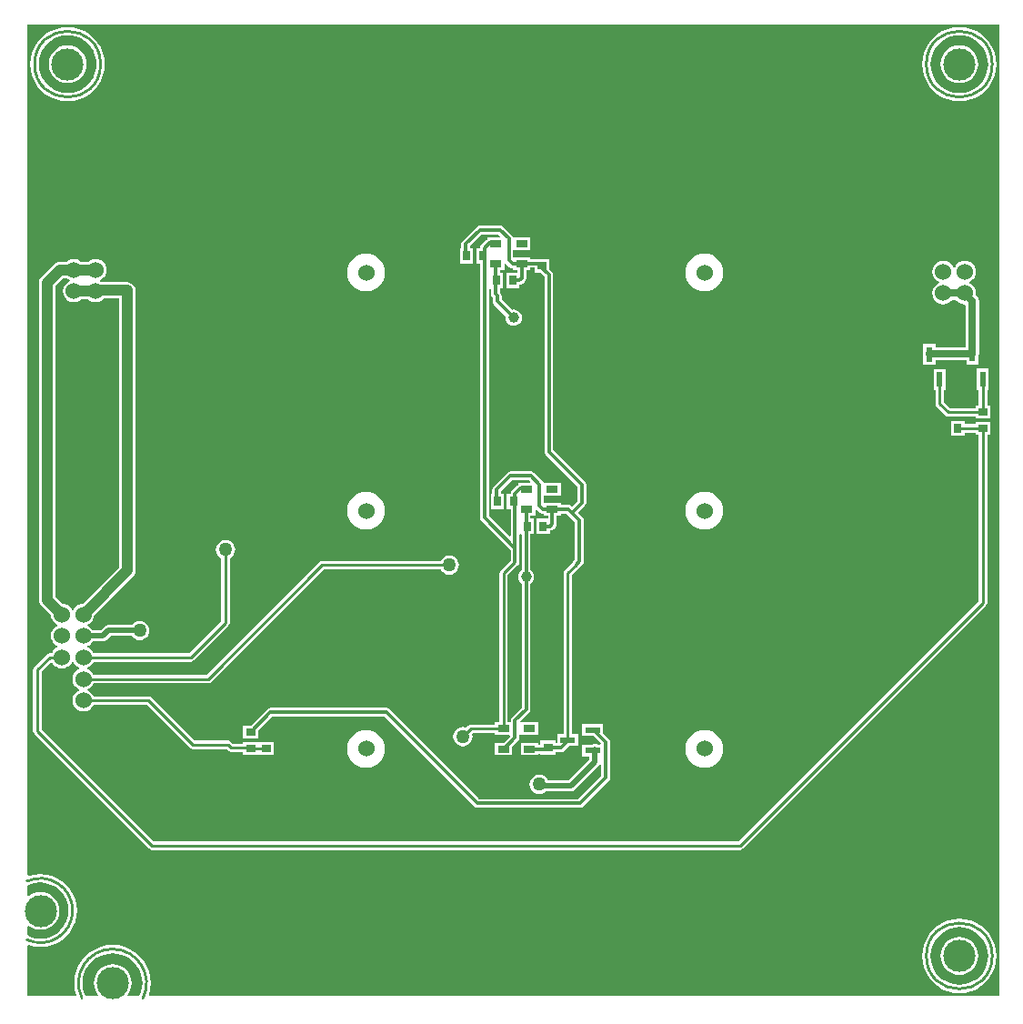
<source format=gbr>
%TF.GenerationSoftware,Altium Limited,Altium Designer,18.1.7 (191)*%
G04 Layer_Physical_Order=2*
G04 Layer_Color=16711680*
%FSLAX43Y43*%
%MOMM*%
%TF.FileFunction,Copper,L2,Bot,Signal*%
%TF.Part,Single*%
G01*
G75*
%TA.AperFunction,NonConductor*%
%ADD10C,0.254*%
%TA.AperFunction,Conductor*%
%ADD12C,0.700*%
%ADD13C,0.254*%
%ADD14C,0.500*%
%TA.AperFunction,ComponentPad*%
%ADD15C,1.524*%
%TA.AperFunction,ViaPad*%
%ADD16C,3.000*%
%ADD17C,1.270*%
%ADD18C,1.000*%
%TA.AperFunction,SMDPad,CuDef*%
%ADD19R,0.900X0.700*%
%ADD20R,0.600X1.450*%
%ADD21R,0.700X0.900*%
%ADD22R,1.100X0.650*%
%ADD23R,1.450X0.600*%
%ADD24R,0.900X0.800*%
%TA.AperFunction,Conductor*%
%ADD25C,0.305*%
%ADD26C,0.300*%
%ADD27C,1.000*%
G36*
X2705Y11523D02*
X3196Y11374D01*
X3649Y11132D01*
X4046Y10807D01*
X4372Y10410D01*
X4614Y9957D01*
X4763Y9466D01*
X4813Y8955D01*
X4763Y8444D01*
X4614Y7952D01*
X4372Y7500D01*
X4046Y7103D01*
X3649Y6777D01*
X3196Y6535D01*
X2705Y6386D01*
X2194Y6336D01*
X1683Y6386D01*
X1192Y6535D01*
X1110Y6579D01*
Y6579D01*
X1009Y6645D01*
Y7485D01*
X1123Y7539D01*
X1221Y7460D01*
X1526Y7297D01*
X1856Y7196D01*
X2200Y7163D01*
X2544Y7196D01*
X2874Y7297D01*
X3179Y7460D01*
X3446Y7679D01*
X3665Y7946D01*
X3828Y8251D01*
X3929Y8581D01*
X3962Y8925D01*
X3929Y9269D01*
X3828Y9599D01*
X3665Y9904D01*
X3446Y10171D01*
X3179Y10390D01*
X2874Y10553D01*
X2544Y10654D01*
X2200Y10687D01*
X1856Y10654D01*
X1526Y10553D01*
X1221Y10390D01*
X1123Y10311D01*
X1009Y10365D01*
Y11263D01*
X1109Y11330D01*
X1109Y11330D01*
Y11330D01*
X1223Y11384D01*
X1683Y11523D01*
X2194Y11574D01*
X2705Y11523D01*
D02*
G37*
G36*
X91447Y1009D02*
X12370D01*
X12300Y1136D01*
X12422Y1643D01*
X12466Y2200D01*
X12422Y2757D01*
X12292Y3300D01*
X12078Y3816D01*
X11786Y4292D01*
X11423Y4717D01*
X10999Y5080D01*
X10522Y5372D01*
X10006Y5585D01*
X9463Y5716D01*
X8906Y5760D01*
X8350Y5716D01*
X7806Y5585D01*
X7290Y5372D01*
X6814Y5080D01*
X6389Y4717D01*
X6027Y4292D01*
X5735Y3816D01*
X5521Y3300D01*
X5391Y2757D01*
X5347Y2200D01*
X5391Y1643D01*
X5513Y1136D01*
X5442Y1009D01*
X1009D01*
Y5672D01*
X1114Y5742D01*
X1146Y5729D01*
X1664Y5605D01*
X2194Y5563D01*
X2725Y5605D01*
X3242Y5729D01*
X3734Y5933D01*
X4188Y6211D01*
X4592Y6557D01*
X4938Y6961D01*
X5216Y7415D01*
X5420Y7907D01*
X5544Y8424D01*
X5586Y8955D01*
X5544Y9485D01*
X5420Y10003D01*
X5216Y10494D01*
X4938Y10948D01*
X4592Y11353D01*
X4188Y11698D01*
X3734Y11976D01*
X3242Y12180D01*
X2725Y12304D01*
X2194Y12346D01*
X1664Y12304D01*
X1146Y12180D01*
X1114Y12167D01*
X1009Y12237D01*
Y91447D01*
X91447D01*
Y1009D01*
D02*
G37*
G36*
X9342Y4948D02*
X9766Y4846D01*
X10170Y4679D01*
X10542Y4451D01*
X10874Y4168D01*
X11158Y3836D01*
X11386Y3463D01*
X11553Y3060D01*
X11655Y2635D01*
X11689Y2200D01*
X11655Y1765D01*
X11553Y1340D01*
X11415Y1009D01*
X10365D01*
X10311Y1123D01*
X10390Y1221D01*
X10553Y1526D01*
X10654Y1856D01*
X10687Y2200D01*
X10654Y2544D01*
X10553Y2874D01*
X10390Y3179D01*
X10171Y3446D01*
X9904Y3665D01*
X9599Y3828D01*
X9269Y3929D01*
X8925Y3962D01*
X8581Y3929D01*
X8251Y3828D01*
X7946Y3665D01*
X7679Y3446D01*
X7460Y3179D01*
X7297Y2874D01*
X7196Y2544D01*
X7163Y2200D01*
X7196Y1856D01*
X7297Y1526D01*
X7460Y1221D01*
X7539Y1123D01*
X7485Y1009D01*
X6397D01*
X6260Y1340D01*
X6158Y1765D01*
X6124Y2200D01*
X6158Y2635D01*
X6260Y3060D01*
X6427Y3463D01*
X6655Y3836D01*
X6939Y4168D01*
X7271Y4451D01*
X7643Y4679D01*
X8047Y4846D01*
X8471Y4948D01*
X8906Y4982D01*
X9342Y4948D01*
D02*
G37*
%LPC*%
G36*
X87750Y91210D02*
X87209Y91168D01*
X86681Y91041D01*
X86179Y90833D01*
X85716Y90549D01*
X85303Y90197D01*
X84951Y89784D01*
X84667Y89321D01*
X84459Y88819D01*
X84332Y88291D01*
X84290Y87750D01*
X84332Y87209D01*
X84459Y86681D01*
X84667Y86179D01*
X84951Y85716D01*
X85303Y85303D01*
X85716Y84951D01*
X86179Y84667D01*
X86681Y84459D01*
X87209Y84332D01*
X87750Y84290D01*
X88291Y84332D01*
X88819Y84459D01*
X89321Y84667D01*
X89784Y84951D01*
X90197Y85303D01*
X90549Y85716D01*
X90833Y86179D01*
X91041Y86681D01*
X91168Y87209D01*
X91210Y87750D01*
X91168Y88291D01*
X91041Y88819D01*
X90833Y89321D01*
X90549Y89784D01*
X90197Y90197D01*
X89784Y90549D01*
X89321Y90833D01*
X88819Y91041D01*
X88291Y91168D01*
X87750Y91210D01*
D02*
G37*
G36*
X4725D02*
X4184Y91168D01*
X3656Y91041D01*
X3154Y90833D01*
X2691Y90549D01*
X2278Y90197D01*
X1926Y89784D01*
X1642Y89321D01*
X1434Y88819D01*
X1307Y88291D01*
X1265Y87750D01*
X1307Y87209D01*
X1434Y86681D01*
X1642Y86179D01*
X1926Y85716D01*
X2278Y85303D01*
X2691Y84951D01*
X3154Y84667D01*
X3656Y84459D01*
X4184Y84332D01*
X4725Y84290D01*
X5266Y84332D01*
X5794Y84459D01*
X6296Y84667D01*
X6759Y84951D01*
X7172Y85303D01*
X7524Y85716D01*
X7808Y86179D01*
X8016Y86681D01*
X8143Y87209D01*
X8185Y87750D01*
X8143Y88291D01*
X8016Y88819D01*
X7808Y89321D01*
X7524Y89784D01*
X7172Y90197D01*
X6759Y90549D01*
X6296Y90833D01*
X5794Y91041D01*
X5266Y91168D01*
X4725Y91210D01*
D02*
G37*
G36*
X7323Y69624D02*
X7058Y69589D01*
X6811Y69486D01*
X6645Y69359D01*
X6001D01*
X5835Y69486D01*
X5588Y69589D01*
X5323Y69624D01*
X5058Y69589D01*
X4811Y69486D01*
X4645Y69359D01*
X4017D01*
X3820Y69334D01*
X3713Y69289D01*
X3637Y69258D01*
X3479Y69137D01*
X2290Y67947D01*
X2169Y67790D01*
X2093Y67606D01*
X2067Y67410D01*
Y37875D01*
X2093Y37678D01*
X2169Y37495D01*
X2290Y37337D01*
X3174Y36454D01*
X3201Y36247D01*
X3304Y36000D01*
X3466Y35787D01*
X3679Y35625D01*
X3784Y35581D01*
Y35443D01*
X3679Y35399D01*
X3466Y35237D01*
X3304Y35024D01*
X3201Y34777D01*
X3166Y34512D01*
X3201Y34247D01*
X3304Y34000D01*
X3466Y33787D01*
X3679Y33625D01*
X3784Y33581D01*
Y33443D01*
X3679Y33399D01*
X3466Y33237D01*
X3304Y33024D01*
X3252Y32900D01*
X3048D01*
X2899Y32871D01*
X2773Y32787D01*
X1630Y31644D01*
X1546Y31518D01*
X1517Y31369D01*
Y25675D01*
X1546Y25526D01*
X1630Y25400D01*
X12319Y14711D01*
X12445Y14627D01*
X12594Y14598D01*
X67312D01*
X67461Y14627D01*
X67587Y14711D01*
X90228Y37352D01*
X90312Y37478D01*
X90341Y37627D01*
Y53237D01*
X90657D01*
Y54445D01*
X89249D01*
Y54229D01*
X88223D01*
Y54545D01*
X87015D01*
Y53137D01*
X88223D01*
Y53452D01*
X89249D01*
Y53237D01*
X89564D01*
Y37788D01*
X67151Y15374D01*
X12755D01*
X2293Y25836D01*
Y31208D01*
X3142Y32057D01*
X3292Y32027D01*
X3304Y32000D01*
X3466Y31787D01*
X3679Y31625D01*
X3926Y31522D01*
X4191Y31487D01*
X4456Y31522D01*
X4703Y31625D01*
X4916Y31787D01*
X5078Y32000D01*
X5122Y32105D01*
X5260D01*
X5304Y32000D01*
X5466Y31787D01*
X5679Y31625D01*
X5784Y31581D01*
Y31443D01*
X5679Y31399D01*
X5466Y31237D01*
X5304Y31024D01*
X5201Y30777D01*
X5166Y30512D01*
X5201Y30247D01*
X5304Y30000D01*
X5466Y29787D01*
X5679Y29625D01*
X5784Y29581D01*
Y29443D01*
X5679Y29399D01*
X5466Y29237D01*
X5304Y29024D01*
X5201Y28777D01*
X5166Y28512D01*
X5201Y28247D01*
X5304Y28000D01*
X5466Y27787D01*
X5679Y27625D01*
X5926Y27522D01*
X6191Y27487D01*
X6456Y27522D01*
X6703Y27625D01*
X6916Y27787D01*
X7078Y28000D01*
X7130Y28124D01*
X12094D01*
X16108Y24109D01*
X16234Y24025D01*
X16383Y23996D01*
X19505D01*
X19664Y23836D01*
X19790Y23752D01*
X19939Y23723D01*
X21071D01*
Y23453D01*
X22479D01*
Y23453D01*
X22496D01*
Y23453D01*
X23904D01*
Y24661D01*
X22496D01*
Y24661D01*
X22479D01*
Y24661D01*
X21071D01*
Y24499D01*
X20100D01*
X19941Y24659D01*
X19815Y24743D01*
X19666Y24772D01*
X16544D01*
X12530Y28787D01*
X12404Y28871D01*
X12255Y28900D01*
X7130D01*
X7078Y29024D01*
X6916Y29237D01*
X6703Y29399D01*
X6598Y29443D01*
Y29581D01*
X6703Y29625D01*
X6916Y29787D01*
X7078Y30000D01*
X7130Y30124D01*
X17812D01*
X17961Y30153D01*
X18087Y30237D01*
X28580Y40730D01*
X39458D01*
X39482Y40670D01*
X39625Y40485D01*
X39811Y40342D01*
X40027Y40253D01*
X40259Y40222D01*
X40491Y40253D01*
X40707Y40342D01*
X40893Y40485D01*
X41036Y40670D01*
X41125Y40887D01*
X41156Y41119D01*
X41125Y41351D01*
X41036Y41567D01*
X40893Y41753D01*
X40707Y41895D01*
X40491Y41985D01*
X40259Y42015D01*
X40027Y41985D01*
X39811Y41895D01*
X39625Y41753D01*
X39482Y41567D01*
X39458Y41507D01*
X28419D01*
X28270Y41478D01*
X28144Y41393D01*
X17651Y30900D01*
X7130D01*
X7078Y31024D01*
X6916Y31237D01*
X6703Y31399D01*
X6598Y31443D01*
Y31581D01*
X6703Y31625D01*
X6916Y31787D01*
X7078Y32000D01*
X7130Y32124D01*
X16189D01*
X16337Y32153D01*
X16463Y32237D01*
X19706Y35480D01*
X19790Y35606D01*
X19819Y35754D01*
Y41744D01*
X19879Y41768D01*
X20065Y41911D01*
X20208Y42097D01*
X20297Y42313D01*
X20328Y42545D01*
X20297Y42777D01*
X20208Y42993D01*
X20065Y43179D01*
X19879Y43322D01*
X19663Y43411D01*
X19431Y43442D01*
X19199Y43411D01*
X18983Y43322D01*
X18797Y43179D01*
X18654Y42993D01*
X18565Y42777D01*
X18534Y42545D01*
X18565Y42313D01*
X18654Y42097D01*
X18797Y41911D01*
X18983Y41768D01*
X19043Y41744D01*
Y35915D01*
X16028Y32900D01*
X7130D01*
X7078Y33024D01*
X6916Y33237D01*
X6703Y33399D01*
X6598Y33443D01*
Y33581D01*
X6703Y33625D01*
X6916Y33787D01*
X7077Y33998D01*
X8001D01*
X8198Y34037D01*
X8364Y34149D01*
X8726Y34511D01*
X10704D01*
X10796Y34390D01*
X10982Y34248D01*
X11198Y34158D01*
X11430Y34128D01*
X11662Y34158D01*
X11878Y34248D01*
X12064Y34390D01*
X12207Y34576D01*
X12296Y34792D01*
X12327Y35024D01*
X12296Y35256D01*
X12207Y35473D01*
X12064Y35658D01*
X11878Y35801D01*
X11662Y35890D01*
X11430Y35921D01*
X11198Y35890D01*
X10982Y35801D01*
X10796Y35658D01*
X10704Y35538D01*
X8513D01*
X8317Y35499D01*
X8150Y35388D01*
X7788Y35026D01*
X7077D01*
X6916Y35237D01*
X6703Y35399D01*
X6598Y35443D01*
Y35581D01*
X6703Y35625D01*
X6916Y35787D01*
X7078Y36000D01*
X7181Y36247D01*
X7208Y36454D01*
X10825Y40070D01*
X10946Y40228D01*
X11022Y40411D01*
X11048Y40608D01*
Y66675D01*
X11022Y66872D01*
X10946Y67055D01*
X10825Y67213D01*
X10667Y67334D01*
X10484Y67410D01*
X10287Y67436D01*
X7902D01*
X7835Y67486D01*
X7730Y67530D01*
Y67668D01*
X7835Y67712D01*
X8048Y67874D01*
X8210Y68087D01*
X8313Y68334D01*
X8348Y68599D01*
X8313Y68864D01*
X8210Y69111D01*
X8048Y69324D01*
X7835Y69486D01*
X7588Y69589D01*
X7323Y69624D01*
D02*
G37*
G36*
X88265Y69446D02*
X88000Y69411D01*
X87753Y69308D01*
X87540Y69146D01*
X87378Y68933D01*
X87334Y68828D01*
X87196D01*
X87152Y68933D01*
X86990Y69146D01*
X86777Y69308D01*
X86530Y69411D01*
X86265Y69446D01*
X86000Y69411D01*
X85753Y69308D01*
X85540Y69146D01*
X85378Y68933D01*
X85275Y68686D01*
X85240Y68421D01*
X85275Y68156D01*
X85378Y67909D01*
X85540Y67696D01*
X85753Y67534D01*
X85858Y67490D01*
Y67352D01*
X85753Y67308D01*
X85540Y67146D01*
X85378Y66933D01*
X85275Y66686D01*
X85240Y66421D01*
X85275Y66156D01*
X85378Y65909D01*
X85540Y65696D01*
X85753Y65534D01*
X86000Y65431D01*
X86265Y65396D01*
X86530Y65431D01*
X86777Y65534D01*
X86990Y65696D01*
X87073Y65805D01*
X87457D01*
X87540Y65696D01*
X87753Y65534D01*
X88000Y65431D01*
X88265Y65396D01*
X88360Y65313D01*
Y61386D01*
X85517D01*
Y61717D01*
X84409D01*
Y60920D01*
X84379Y60770D01*
X84409Y60620D01*
Y59759D01*
X85517D01*
Y60154D01*
X88422D01*
Y59791D01*
X89530D01*
Y60512D01*
X89545Y60534D01*
X89592Y60770D01*
Y65710D01*
X89545Y65946D01*
X89411Y66145D01*
X89272Y66285D01*
X89290Y66421D01*
X89255Y66686D01*
X89152Y66933D01*
X88990Y67146D01*
X88777Y67308D01*
X88672Y67352D01*
Y67490D01*
X88777Y67534D01*
X88990Y67696D01*
X89152Y67909D01*
X89255Y68156D01*
X89290Y68421D01*
X89255Y68686D01*
X89152Y68933D01*
X88990Y69146D01*
X88777Y69308D01*
X88530Y69411D01*
X88265Y69446D01*
D02*
G37*
G36*
X64012Y70120D02*
X63668Y70087D01*
X63338Y69986D01*
X63033Y69823D01*
X62766Y69604D01*
X62547Y69337D01*
X62384Y69032D01*
X62283Y68702D01*
X62250Y68358D01*
X62283Y68014D01*
X62384Y67684D01*
X62547Y67379D01*
X62766Y67112D01*
X63033Y66893D01*
X63338Y66730D01*
X63668Y66629D01*
X64012Y66596D01*
X64356Y66629D01*
X64686Y66730D01*
X64991Y66893D01*
X65258Y67112D01*
X65477Y67379D01*
X65640Y67684D01*
X65741Y68014D01*
X65774Y68358D01*
X65741Y68702D01*
X65640Y69032D01*
X65477Y69337D01*
X65258Y69604D01*
X64991Y69823D01*
X64686Y69986D01*
X64356Y70087D01*
X64012Y70120D01*
D02*
G37*
G36*
X32512D02*
X32168Y70087D01*
X31838Y69986D01*
X31533Y69823D01*
X31266Y69604D01*
X31047Y69337D01*
X30884Y69032D01*
X30783Y68702D01*
X30750Y68358D01*
X30783Y68014D01*
X30884Y67684D01*
X31047Y67379D01*
X31266Y67112D01*
X31533Y66893D01*
X31838Y66730D01*
X32168Y66629D01*
X32512Y66596D01*
X32856Y66629D01*
X33186Y66730D01*
X33491Y66893D01*
X33758Y67112D01*
X33977Y67379D01*
X34140Y67684D01*
X34241Y68014D01*
X34274Y68358D01*
X34241Y68702D01*
X34140Y69032D01*
X33977Y69337D01*
X33758Y69604D01*
X33491Y69823D01*
X33186Y69986D01*
X32856Y70087D01*
X32512Y70120D01*
D02*
G37*
G36*
X90480Y59399D02*
X89372D01*
Y57441D01*
X89564D01*
Y55945D01*
X89249D01*
Y55729D01*
X86861D01*
X86301Y56289D01*
Y57409D01*
X86467D01*
Y59367D01*
X85359D01*
Y57409D01*
X85525D01*
Y56128D01*
X85554Y55980D01*
X85638Y55854D01*
X86426Y55066D01*
X86552Y54982D01*
X86700Y54953D01*
X89249D01*
Y54737D01*
X90657D01*
Y55945D01*
X90341D01*
Y57441D01*
X90480D01*
Y59399D01*
D02*
G37*
G36*
X64012Y47941D02*
X63668Y47908D01*
X63338Y47807D01*
X63033Y47644D01*
X62766Y47425D01*
X62547Y47158D01*
X62384Y46853D01*
X62283Y46523D01*
X62250Y46179D01*
X62283Y45835D01*
X62384Y45505D01*
X62547Y45200D01*
X62766Y44933D01*
X63033Y44714D01*
X63338Y44551D01*
X63668Y44450D01*
X64012Y44417D01*
X64356Y44450D01*
X64686Y44551D01*
X64991Y44714D01*
X65258Y44933D01*
X65477Y45200D01*
X65640Y45505D01*
X65741Y45835D01*
X65774Y46179D01*
X65741Y46523D01*
X65640Y46853D01*
X65477Y47158D01*
X65258Y47425D01*
X64991Y47644D01*
X64686Y47807D01*
X64356Y47908D01*
X64012Y47941D01*
D02*
G37*
G36*
X32512D02*
X32168Y47908D01*
X31838Y47807D01*
X31533Y47644D01*
X31266Y47425D01*
X31047Y47158D01*
X30884Y46853D01*
X30783Y46523D01*
X30750Y46179D01*
X30783Y45835D01*
X30884Y45505D01*
X31047Y45200D01*
X31266Y44933D01*
X31533Y44714D01*
X31838Y44551D01*
X32168Y44450D01*
X32512Y44417D01*
X32856Y44450D01*
X33186Y44551D01*
X33491Y44714D01*
X33758Y44933D01*
X33977Y45200D01*
X34140Y45505D01*
X34241Y45835D01*
X34274Y46179D01*
X34241Y46523D01*
X34140Y46853D01*
X33977Y47158D01*
X33758Y47425D01*
X33491Y47644D01*
X33186Y47807D01*
X32856Y47908D01*
X32512Y47941D01*
D02*
G37*
G36*
X45010Y72716D02*
X43110D01*
X42952Y72685D01*
X42902Y72651D01*
X42819Y72595D01*
X41519Y71295D01*
X41429Y71162D01*
X41398Y71004D01*
Y70608D01*
X41281D01*
Y69200D01*
X42489D01*
Y70608D01*
X42222D01*
Y70833D01*
X43281Y71892D01*
X44839D01*
X44981Y71750D01*
X44932Y71633D01*
X43806D01*
Y71454D01*
X43719Y71395D01*
X43244Y70920D01*
X43154Y70787D01*
X43123Y70629D01*
Y70608D01*
X42781D01*
Y69200D01*
X43123D01*
Y45523D01*
X43154Y45366D01*
X43244Y45232D01*
X45974Y42501D01*
Y41547D01*
X45048Y40621D01*
X44963Y40495D01*
X44934Y40346D01*
Y26465D01*
X44518D01*
Y26274D01*
X42269D01*
X42120Y26245D01*
X41994Y26161D01*
X41821Y25987D01*
X41761Y26012D01*
X41529Y26043D01*
X41297Y26012D01*
X41081Y25923D01*
X40895Y25780D01*
X40752Y25594D01*
X40663Y25378D01*
X40632Y25146D01*
X40663Y24914D01*
X40752Y24698D01*
X40895Y24512D01*
X41081Y24369D01*
X41297Y24280D01*
X41529Y24249D01*
X41761Y24280D01*
X41977Y24369D01*
X42163Y24512D01*
X42306Y24698D01*
X42395Y24914D01*
X42426Y25146D01*
X42395Y25378D01*
X42392Y25386D01*
X42477Y25498D01*
X44518D01*
Y25307D01*
X45878D01*
X45930Y25180D01*
X45315Y24565D01*
X44518D01*
Y23407D01*
X46126D01*
Y24204D01*
X46679Y24757D01*
X46769Y24891D01*
X46801Y25050D01*
Y25285D01*
X46918Y25307D01*
X46928Y25307D01*
X48526D01*
Y26465D01*
X46952D01*
X46885Y26578D01*
X47704Y27397D01*
X47794Y27532D01*
X47826Y27690D01*
Y39373D01*
X47949Y39467D01*
X48070Y39625D01*
X48146Y39808D01*
X48172Y40005D01*
X48146Y40202D01*
X48070Y40385D01*
X47949Y40543D01*
X47826Y40637D01*
Y44033D01*
X48115D01*
Y45441D01*
X47826D01*
Y45708D01*
X48265D01*
Y46275D01*
X48306Y46302D01*
X48392Y46323D01*
X48720Y45996D01*
X48854Y45906D01*
X49011Y45875D01*
X49057D01*
Y45708D01*
X49449D01*
Y45441D01*
X48407D01*
Y44033D01*
X49615D01*
Y44325D01*
X49661D01*
X49819Y44356D01*
X49952Y44446D01*
X50152Y44646D01*
X50242Y44779D01*
X50273Y44937D01*
Y45708D01*
X50665D01*
Y45925D01*
X51166D01*
X51380Y45711D01*
X51380Y45711D01*
X51974Y45116D01*
Y41635D01*
X51779Y41439D01*
X51712Y41339D01*
X50998Y40625D01*
X50913Y40499D01*
X50884Y40350D01*
Y25365D01*
X50293D01*
Y24523D01*
X50151D01*
Y24765D01*
X48743D01*
Y24398D01*
X48526D01*
Y24565D01*
X46918D01*
Y23407D01*
X48526D01*
Y23574D01*
X48743D01*
Y23457D01*
X50151D01*
Y23699D01*
X50672D01*
X50830Y23730D01*
X50964Y23820D01*
X51401Y24257D01*
X52251D01*
Y25365D01*
X51661D01*
Y40189D01*
X52261Y40790D01*
X52361Y40857D01*
X52677Y41173D01*
X52767Y41307D01*
X52798Y41464D01*
Y45287D01*
X52767Y45445D01*
X52677Y45578D01*
X52253Y46002D01*
X52899Y46649D01*
X52989Y46782D01*
X53020Y46940D01*
Y48611D01*
X52989Y48768D01*
X52899Y48902D01*
X49947Y51855D01*
Y68154D01*
X49916Y68312D01*
X49826Y68445D01*
X49607Y68665D01*
Y69612D01*
X48505D01*
X48485Y69616D01*
X47814D01*
Y69733D01*
X46222D01*
Y70475D01*
X47814D01*
Y71633D01*
X46206D01*
X46192Y71656D01*
X46191Y71662D01*
X46101Y71795D01*
X45301Y72595D01*
X45168Y72685D01*
X45010Y72716D01*
D02*
G37*
G36*
X64012Y25762D02*
X63668Y25729D01*
X63338Y25628D01*
X63033Y25465D01*
X62766Y25246D01*
X62547Y24979D01*
X62384Y24674D01*
X62283Y24344D01*
X62250Y24000D01*
X62283Y23656D01*
X62384Y23326D01*
X62547Y23021D01*
X62766Y22754D01*
X63033Y22535D01*
X63338Y22372D01*
X63668Y22271D01*
X64012Y22238D01*
X64356Y22271D01*
X64686Y22372D01*
X64991Y22535D01*
X65258Y22754D01*
X65477Y23021D01*
X65640Y23326D01*
X65741Y23656D01*
X65774Y24000D01*
X65741Y24344D01*
X65640Y24674D01*
X65477Y24979D01*
X65258Y25246D01*
X64991Y25465D01*
X64686Y25628D01*
X64356Y25729D01*
X64012Y25762D01*
D02*
G37*
G36*
X32512D02*
X32168Y25729D01*
X31838Y25628D01*
X31533Y25465D01*
X31266Y25246D01*
X31047Y24979D01*
X30884Y24674D01*
X30783Y24344D01*
X30750Y24000D01*
X30783Y23656D01*
X30884Y23326D01*
X31047Y23021D01*
X31266Y22754D01*
X31533Y22535D01*
X31838Y22372D01*
X32168Y22271D01*
X32512Y22238D01*
X32856Y22271D01*
X33186Y22372D01*
X33491Y22535D01*
X33758Y22754D01*
X33977Y23021D01*
X34140Y23326D01*
X34241Y23656D01*
X34274Y24000D01*
X34241Y24344D01*
X34140Y24674D01*
X33977Y24979D01*
X33758Y25246D01*
X33491Y25465D01*
X33186Y25628D01*
X32856Y25729D01*
X32512Y25762D01*
D02*
G37*
G36*
X34433Y27812D02*
X23615D01*
X23457Y27780D01*
X23322Y27690D01*
X21793Y26161D01*
X21071D01*
Y24953D01*
X22479D01*
Y25675D01*
X23787Y26983D01*
X34261D01*
X42614Y18630D01*
X42748Y18540D01*
X42907Y18509D01*
X52451D01*
X52610Y18540D01*
X52744Y18630D01*
X55140Y21026D01*
X55230Y21161D01*
X55262Y21319D01*
Y24636D01*
X55230Y24795D01*
X55140Y24929D01*
X54601Y25468D01*
Y26315D01*
X52643D01*
Y25207D01*
X53690D01*
X54355Y24542D01*
X54303Y24415D01*
X54050D01*
X54019Y24436D01*
X53822Y24475D01*
X53626Y24436D01*
X53595Y24415D01*
X52643D01*
Y23307D01*
X53308D01*
Y22999D01*
X51397Y21088D01*
X49443D01*
X49418Y21149D01*
X49275Y21335D01*
X49089Y21478D01*
X48873Y21567D01*
X48641Y21598D01*
X48409Y21567D01*
X48193Y21478D01*
X48007Y21335D01*
X47864Y21149D01*
X47775Y20933D01*
X47744Y20701D01*
X47775Y20469D01*
X47864Y20253D01*
X48007Y20067D01*
X48193Y19924D01*
X48409Y19835D01*
X48641Y19804D01*
X48873Y19835D01*
X49089Y19924D01*
X49266Y20060D01*
X51610D01*
X51807Y20099D01*
X51974Y20211D01*
X54186Y22423D01*
X54297Y22589D01*
X54306Y22634D01*
X54433Y22621D01*
Y21491D01*
X52279Y19337D01*
X43079D01*
X34726Y27690D01*
X34591Y27780D01*
X34433Y27812D01*
D02*
G37*
G36*
X87750Y8185D02*
X87209Y8143D01*
X86681Y8016D01*
X86179Y7808D01*
X85716Y7524D01*
X85303Y7172D01*
X84951Y6759D01*
X84667Y6296D01*
X84459Y5794D01*
X84332Y5266D01*
X84290Y4725D01*
X84332Y4184D01*
X84459Y3656D01*
X84667Y3154D01*
X84951Y2691D01*
X85303Y2278D01*
X85716Y1926D01*
X86179Y1642D01*
X86681Y1434D01*
X87209Y1307D01*
X87750Y1265D01*
X88291Y1307D01*
X88819Y1434D01*
X89321Y1642D01*
X89784Y1926D01*
X90197Y2278D01*
X90549Y2691D01*
X90833Y3154D01*
X91041Y3656D01*
X91168Y4184D01*
X91210Y4725D01*
X91168Y5266D01*
X91041Y5794D01*
X90833Y6296D01*
X90549Y6759D01*
X90197Y7172D01*
X89784Y7524D01*
X89321Y7808D01*
X88819Y8016D01*
X88291Y8143D01*
X87750Y8185D01*
D02*
G37*
%LPD*%
G36*
X88170Y90400D02*
X88579Y90302D01*
X88968Y90141D01*
X89327Y89921D01*
X89647Y89647D01*
X89921Y89327D01*
X90141Y88968D01*
X90302Y88579D01*
X90400Y88170D01*
X90433Y87750D01*
X90400Y87330D01*
X90302Y86921D01*
X90141Y86532D01*
X89921Y86173D01*
X89647Y85853D01*
X89327Y85579D01*
X88968Y85359D01*
X88579Y85198D01*
X88170Y85100D01*
X87750Y85067D01*
X87330Y85100D01*
X86921Y85198D01*
X86532Y85359D01*
X86173Y85579D01*
X85853Y85853D01*
X85579Y86173D01*
X85359Y86532D01*
X85198Y86921D01*
X85100Y87330D01*
X85067Y87750D01*
X85100Y88170D01*
X85198Y88579D01*
X85359Y88968D01*
X85579Y89327D01*
X85853Y89647D01*
X86173Y89921D01*
X86532Y90141D01*
X86921Y90302D01*
X87330Y90400D01*
X87750Y90433D01*
X88170Y90400D01*
D02*
G37*
%LPC*%
G36*
X87750Y89512D02*
X87406Y89479D01*
X87076Y89378D01*
X86771Y89215D01*
X86504Y88996D01*
X86285Y88729D01*
X86122Y88424D01*
X86021Y88094D01*
X85988Y87750D01*
X86021Y87406D01*
X86122Y87076D01*
X86285Y86771D01*
X86504Y86504D01*
X86771Y86285D01*
X87076Y86122D01*
X87406Y86021D01*
X87750Y85988D01*
X88094Y86021D01*
X88424Y86122D01*
X88729Y86285D01*
X88996Y86504D01*
X89215Y86771D01*
X89378Y87076D01*
X89479Y87406D01*
X89512Y87750D01*
X89479Y88094D01*
X89378Y88424D01*
X89215Y88729D01*
X88996Y88996D01*
X88729Y89215D01*
X88424Y89378D01*
X88094Y89479D01*
X87750Y89512D01*
D02*
G37*
%LPD*%
G36*
X5145Y90400D02*
X5554Y90302D01*
X5943Y90141D01*
X6302Y89921D01*
X6622Y89647D01*
X6896Y89327D01*
X7116Y88968D01*
X7277Y88579D01*
X7375Y88170D01*
X7408Y87750D01*
X7375Y87330D01*
X7277Y86921D01*
X7116Y86532D01*
X6896Y86173D01*
X6622Y85853D01*
X6302Y85579D01*
X5943Y85359D01*
X5554Y85198D01*
X5145Y85100D01*
X4725Y85067D01*
X4305Y85100D01*
X3896Y85198D01*
X3507Y85359D01*
X3148Y85579D01*
X2828Y85853D01*
X2554Y86173D01*
X2334Y86532D01*
X2173Y86921D01*
X2075Y87330D01*
X2042Y87750D01*
X2075Y88170D01*
X2173Y88579D01*
X2334Y88968D01*
X2554Y89327D01*
X2828Y89647D01*
X3148Y89921D01*
X3507Y90141D01*
X3896Y90302D01*
X4305Y90400D01*
X4725Y90433D01*
X5145Y90400D01*
D02*
G37*
%LPC*%
G36*
X4725Y89512D02*
X4381Y89479D01*
X4051Y89378D01*
X3746Y89215D01*
X3479Y88996D01*
X3260Y88729D01*
X3097Y88424D01*
X2996Y88094D01*
X2963Y87750D01*
X2996Y87406D01*
X3097Y87076D01*
X3260Y86771D01*
X3479Y86504D01*
X3746Y86285D01*
X4051Y86122D01*
X4381Y86021D01*
X4725Y85988D01*
X5069Y86021D01*
X5399Y86122D01*
X5704Y86285D01*
X5971Y86504D01*
X6190Y86771D01*
X6353Y87076D01*
X6454Y87406D01*
X6487Y87750D01*
X6454Y88094D01*
X6353Y88424D01*
X6190Y88729D01*
X5971Y88996D01*
X5704Y89215D01*
X5399Y89378D01*
X5069Y89479D01*
X4725Y89512D01*
D02*
G37*
%LPD*%
G36*
X4811Y67712D02*
X4916Y67668D01*
Y67530D01*
X4811Y67486D01*
X4598Y67324D01*
X4436Y67111D01*
X4333Y66864D01*
X4298Y66599D01*
X4333Y66334D01*
X4436Y66087D01*
X4598Y65874D01*
X4811Y65712D01*
X5058Y65609D01*
X5323Y65574D01*
X5588Y65609D01*
X5835Y65712D01*
X6001Y65838D01*
X6645D01*
X6811Y65712D01*
X7058Y65609D01*
X7323Y65574D01*
X7588Y65609D01*
X7835Y65712D01*
X8048Y65874D01*
X8078Y65914D01*
X9526D01*
Y40923D01*
X6133Y37529D01*
X5926Y37502D01*
X5679Y37399D01*
X5466Y37237D01*
X5304Y37024D01*
X5260Y36919D01*
X5122D01*
X5078Y37024D01*
X4916Y37237D01*
X4703Y37399D01*
X4456Y37502D01*
X4249Y37529D01*
X3588Y38190D01*
Y67095D01*
X4332Y67838D01*
X4645D01*
X4811Y67712D01*
D02*
G37*
G36*
X45869Y68863D02*
X46002Y68773D01*
X46160Y68742D01*
X46206D01*
Y68575D01*
X46598D01*
Y68308D01*
X45556D01*
Y66900D01*
X46764D01*
Y67192D01*
X46810D01*
X46968Y67223D01*
X47101Y67313D01*
X47301Y67513D01*
X47391Y67646D01*
X47422Y67804D01*
Y68575D01*
X47814D01*
Y68792D01*
X48199D01*
Y68304D01*
X48802D01*
X49123Y67983D01*
Y51684D01*
X49154Y51526D01*
X49244Y51393D01*
X52196Y48440D01*
Y47110D01*
X51671Y46585D01*
X51627Y46628D01*
X51494Y46718D01*
X51336Y46749D01*
X50665D01*
Y46866D01*
X49073D01*
Y47608D01*
X50665D01*
Y48766D01*
X49057D01*
X49043Y48789D01*
X49042Y48795D01*
X48952Y48928D01*
X48152Y49728D01*
X48019Y49818D01*
X47861Y49849D01*
X45961D01*
X45804Y49818D01*
X45753Y49784D01*
X45670Y49728D01*
X44370Y48428D01*
X44281Y48295D01*
X44249Y48137D01*
Y47741D01*
X44132D01*
Y46333D01*
X45340D01*
Y47741D01*
X45073D01*
Y47966D01*
X46132Y49025D01*
X47691D01*
X47832Y48883D01*
X47784Y48766D01*
X46657D01*
Y48587D01*
X46570Y48528D01*
X46095Y48053D01*
X46006Y47920D01*
X45974Y47762D01*
Y47741D01*
X45632D01*
Y46333D01*
X45974D01*
Y43832D01*
X45857Y43784D01*
X43947Y45694D01*
Y66789D01*
X44073Y66859D01*
X44120Y66836D01*
X44146Y66810D01*
Y66344D01*
X44177Y66185D01*
X44267Y66051D01*
X44322Y65996D01*
Y65659D01*
X44353Y65500D01*
X44443Y65366D01*
X45520Y64289D01*
X45500Y64135D01*
X45525Y63938D01*
X45601Y63755D01*
X45722Y63597D01*
X45880Y63476D01*
X46063Y63400D01*
X46260Y63374D01*
X46457Y63400D01*
X46640Y63476D01*
X46798Y63597D01*
X46919Y63755D01*
X46995Y63938D01*
X47021Y64135D01*
X46995Y64332D01*
X46919Y64515D01*
X46798Y64673D01*
X46640Y64794D01*
X46457Y64870D01*
X46260Y64896D01*
X46106Y64875D01*
X45150Y65831D01*
Y66168D01*
X45119Y66327D01*
X45029Y66461D01*
X44974Y66516D01*
Y66900D01*
X45264D01*
Y68308D01*
X44974D01*
Y68575D01*
X45414D01*
Y69142D01*
X45454Y69169D01*
X45541Y69190D01*
X45869Y68863D01*
D02*
G37*
G36*
X46971Y43969D02*
X46997Y43943D01*
Y40637D01*
X46873Y40543D01*
X46753Y40385D01*
X46677Y40202D01*
X46651Y40005D01*
X46677Y39808D01*
X46753Y39625D01*
X46873Y39467D01*
X46997Y39373D01*
Y27862D01*
X46093Y26958D01*
X46003Y26824D01*
X45972Y26665D01*
Y26465D01*
X45711D01*
Y40185D01*
X46578Y41052D01*
X46677Y41119D01*
X46767Y41252D01*
X46798Y41410D01*
Y42672D01*
Y43922D01*
X46924Y43992D01*
X46971Y43969D01*
D02*
G37*
G36*
X88170Y7375D02*
X88579Y7277D01*
X88968Y7116D01*
X89327Y6896D01*
X89647Y6622D01*
X89921Y6302D01*
X90141Y5943D01*
X90302Y5554D01*
X90400Y5145D01*
X90433Y4725D01*
X90400Y4305D01*
X90302Y3896D01*
X90141Y3507D01*
X89921Y3148D01*
X89647Y2828D01*
X89327Y2554D01*
X88968Y2334D01*
X88579Y2173D01*
X88170Y2075D01*
X87750Y2042D01*
X87330Y2075D01*
X86921Y2173D01*
X86532Y2334D01*
X86173Y2554D01*
X85853Y2828D01*
X85579Y3148D01*
X85359Y3507D01*
X85198Y3896D01*
X85100Y4305D01*
X85067Y4725D01*
X85100Y5145D01*
X85198Y5554D01*
X85359Y5943D01*
X85579Y6302D01*
X85853Y6622D01*
X86173Y6896D01*
X86532Y7116D01*
X86921Y7277D01*
X87330Y7375D01*
X87750Y7408D01*
X88170Y7375D01*
D02*
G37*
%LPC*%
G36*
X87750Y6487D02*
X87406Y6454D01*
X87076Y6353D01*
X86771Y6190D01*
X86504Y5971D01*
X86285Y5704D01*
X86122Y5399D01*
X86021Y5069D01*
X85988Y4725D01*
X86021Y4381D01*
X86122Y4051D01*
X86285Y3746D01*
X86504Y3479D01*
X86771Y3260D01*
X87076Y3097D01*
X87406Y2996D01*
X87750Y2963D01*
X88094Y2996D01*
X88424Y3097D01*
X88729Y3260D01*
X88996Y3479D01*
X89215Y3746D01*
X89378Y4051D01*
X89479Y4381D01*
X89512Y4725D01*
X89479Y5069D01*
X89378Y5399D01*
X89215Y5704D01*
X88996Y5971D01*
X88729Y6190D01*
X88424Y6353D01*
X88094Y6454D01*
X87750Y6487D01*
D02*
G37*
%LPD*%
D10*
X948Y6226D02*
G03*
X947Y11683I1246J2729D01*
G01*
X11740Y785D02*
G03*
X6057Y817I-2834J1415D01*
G01*
X7793Y87750D02*
G03*
X7793Y87750I-3068J0D01*
G01*
X90818D02*
G03*
X90818Y87750I-3068J0D01*
G01*
Y4725D02*
G03*
X90818Y4725I-3068J0D01*
G01*
D12*
X88265Y66421D02*
X88976Y65710D01*
Y60770D02*
Y65710D01*
X84995Y60770D02*
X88976D01*
X86265Y66421D02*
X88265D01*
D13*
X17812Y30512D02*
X28419Y41119D01*
X40259D01*
X16189Y32512D02*
X19431Y35754D01*
Y42545D01*
X89953Y37627D02*
Y53841D01*
X67312Y14986D02*
X89953Y37627D01*
X6191Y32512D02*
X16189D01*
X6191Y30512D02*
X17812D01*
X12255Y28512D02*
X16383Y24384D01*
X6191Y28512D02*
X12255D01*
X16383Y24384D02*
X19666D01*
X19939Y24111D02*
X21721D01*
X19666Y24384D02*
X19939Y24111D01*
X21721D02*
X21775Y24057D01*
X12594Y14986D02*
X67312D01*
X1905Y25675D02*
X12594Y14986D01*
X3048Y32512D02*
X4191D01*
X1905Y31369D02*
X3048Y32512D01*
X1905Y25675D02*
Y31369D01*
X45322Y25886D02*
Y40346D01*
X46386Y41410D01*
X51272Y24811D02*
Y40350D01*
X52070Y41148D01*
X21775Y24057D02*
X23200D01*
X89953Y53841D02*
X89953Y53841D01*
X87619Y53841D02*
X89953D01*
X85913Y56128D02*
Y58388D01*
Y56128D02*
X86700Y55341D01*
X89953D01*
X89926Y58420D02*
X89953Y58393D01*
Y55341D02*
Y58393D01*
X84963Y60738D02*
X84995Y60770D01*
X41529Y25146D02*
X42269Y25886D01*
X45322D01*
D14*
X6191Y34512D02*
X8001D01*
X8513Y35024D01*
X11430D01*
X48641Y20574D02*
X51610D01*
X53822Y22786D02*
Y23961D01*
X51610Y20574D02*
X53822Y22786D01*
D15*
X32512Y46179D02*
D03*
X64012Y24000D02*
D03*
Y68358D02*
D03*
X32512D02*
D03*
Y24000D02*
D03*
X64012Y46179D02*
D03*
X6191Y28512D02*
D03*
X4191D02*
D03*
X6191Y30512D02*
D03*
X4191D02*
D03*
X6191Y32512D02*
D03*
X4191D02*
D03*
X6191Y34512D02*
D03*
X4191D02*
D03*
X6191Y36512D02*
D03*
X4191D02*
D03*
X5323Y68599D02*
D03*
Y66599D02*
D03*
X7323Y68599D02*
D03*
Y66599D02*
D03*
X88265Y68421D02*
D03*
X86265D02*
D03*
X88265Y66421D02*
D03*
X86265D02*
D03*
D16*
X8925Y2200D02*
D03*
X4725Y87750D02*
D03*
X87750D02*
D03*
Y4725D02*
D03*
X2200Y8925D02*
D03*
D17*
X40259Y41119D02*
D03*
X19431Y42545D02*
D03*
X11430Y35024D02*
D03*
X6985Y23644D02*
D03*
X66802Y5207D02*
D03*
X58547Y87630D02*
D03*
X44322Y88138D02*
D03*
X76454Y69723D02*
D03*
X20701Y68929D02*
D03*
X8382Y50292D02*
D03*
X29845Y4292D02*
D03*
X86122Y22733D02*
D03*
X41529Y25146D02*
D03*
X48641Y20701D02*
D03*
X23876Y46736D02*
D03*
X75565Y46002D02*
D03*
X58674Y48766D02*
D03*
X45301Y50800D02*
D03*
X38989Y65532D02*
D03*
D18*
X46260Y64135D02*
D03*
X47411Y40005D02*
D03*
D19*
X21775Y24057D02*
D03*
Y25557D02*
D03*
X23200Y24057D02*
D03*
Y25557D02*
D03*
X89953Y55341D02*
D03*
Y53841D02*
D03*
D20*
X89926Y58420D02*
D03*
X88026D02*
D03*
X88976Y60770D02*
D03*
X85913Y58388D02*
D03*
X84013D02*
D03*
X84963Y60738D02*
D03*
D21*
X86119Y53841D02*
D03*
X87619D02*
D03*
X44736Y47037D02*
D03*
X46236D02*
D03*
X49011Y44737D02*
D03*
X47511D02*
D03*
X46160Y67604D02*
D03*
X44660D02*
D03*
X41885Y69904D02*
D03*
X43385D02*
D03*
D22*
X49861Y48187D02*
D03*
Y47237D02*
D03*
Y46287D02*
D03*
X47461D02*
D03*
Y48187D02*
D03*
X47722Y25886D02*
D03*
Y24936D02*
D03*
Y23986D02*
D03*
X45322D02*
D03*
Y25886D02*
D03*
X47010Y71054D02*
D03*
Y70104D02*
D03*
Y69154D02*
D03*
X44610D02*
D03*
Y71054D02*
D03*
D23*
X53622Y25761D02*
D03*
Y23861D02*
D03*
X51272Y24811D02*
D03*
D24*
X49447Y25511D02*
D03*
Y24111D02*
D03*
X48903Y68958D02*
D03*
Y70358D02*
D03*
D25*
X47411Y40005D02*
Y46062D01*
X44560Y66344D02*
Y68929D01*
X21775Y25557D02*
X23615Y27397D01*
X34433D01*
X42907Y18923D01*
X52451D01*
X54847Y21319D01*
Y24636D01*
X47411Y27690D02*
Y40005D01*
X46386Y26665D02*
X47411Y27690D01*
X44736Y65659D02*
Y66168D01*
X44560Y66344D02*
X44736Y66168D01*
Y65659D02*
X46260Y64135D01*
X46386Y25050D02*
Y26665D01*
X45322Y23986D02*
X46386Y25050D01*
X53722Y25761D02*
X54847Y24636D01*
D26*
X46386Y42672D02*
Y47762D01*
X43535Y45523D02*
Y70629D01*
X51671Y46002D02*
X52386Y45287D01*
X51336Y46337D02*
X51671Y46002D01*
X50672Y24111D02*
X51472Y24911D01*
X49422Y23986D02*
X49547Y24111D01*
X48485Y69204D02*
X49535Y68154D01*
X41810Y69904D02*
Y71004D01*
X44661Y47037D02*
Y48137D01*
X52608Y46940D02*
Y48611D01*
X51671Y46002D02*
X52608Y46940D01*
X52070Y41148D02*
X52386Y41464D01*
Y45287D01*
X43535Y45523D02*
X46386Y42672D01*
X43535Y70629D02*
X44010Y71104D01*
X46386Y41410D02*
Y42672D01*
X49535Y51684D02*
X52608Y48611D01*
X46386Y47762D02*
X46861Y48237D01*
X49661Y44737D02*
X49861Y44937D01*
X49011Y46287D02*
X49861D01*
X48661Y46637D02*
Y48637D01*
Y46637D02*
X49011Y46287D01*
X46861Y48237D02*
X47136D01*
X44661Y48137D02*
X45961Y49437D01*
X49861Y44937D02*
Y46287D01*
X47861Y49437D02*
X48661Y48637D01*
X45961Y49437D02*
X47861D01*
X50086Y46337D02*
X51336D01*
X48961Y44737D02*
X49011D01*
X49661D01*
X47722Y23986D02*
X49422D01*
X49547Y24111D02*
X50672D01*
X46160Y67604D02*
X46810D01*
X46110D02*
X46160D01*
X49535Y51684D02*
Y68154D01*
X47235Y69204D02*
X48485D01*
X43110Y72304D02*
X45010D01*
X45810Y71504D01*
X47010Y67804D02*
Y69154D01*
X41810Y71004D02*
X43110Y72304D01*
X44010Y71104D02*
X44285D01*
X45810Y69504D02*
X46160Y69154D01*
X45810Y69504D02*
Y71504D01*
X46160Y69154D02*
X47010D01*
X46810Y67604D02*
X47010Y67804D01*
D27*
X5323Y68599D02*
X7323D01*
X4017D02*
X5323D01*
X2828Y37875D02*
X4191Y36512D01*
X2828Y37875D02*
Y67410D01*
X4017Y68599D01*
X6191Y36512D02*
X10287Y40608D01*
Y66675D01*
X5323Y66599D02*
X7323D01*
X7399Y66675D02*
X10287D01*
X7323Y66599D02*
X7399Y66675D01*
%TF.MD5,53d05b327f07ba836f0b03a4c8dce1c3*%
M02*

</source>
